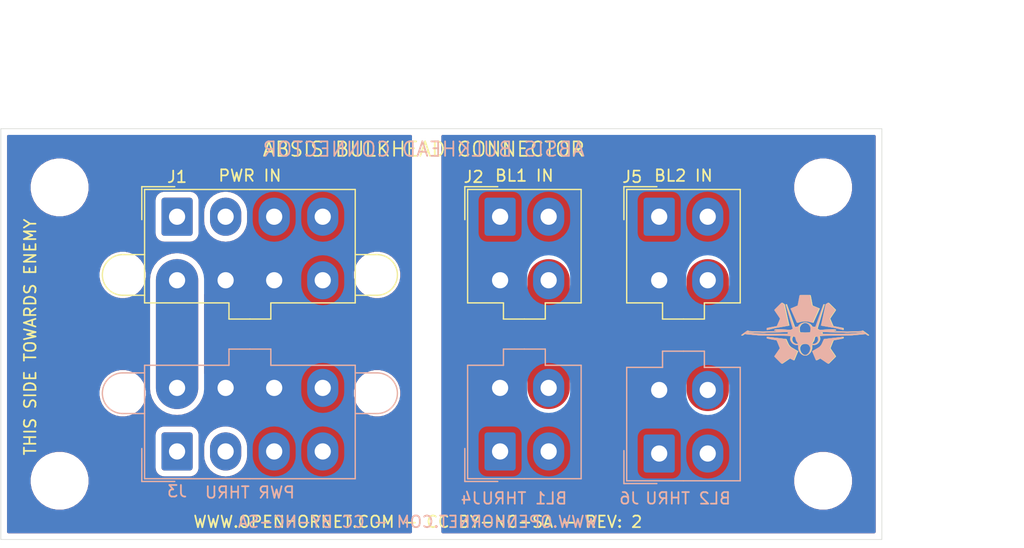
<source format=kicad_pcb>
(kicad_pcb (version 20171130) (host pcbnew "(5.1.9)-1")
  (layers (0 F.Cu mixed) (1 In1.Cu power) (2 In2.Cu power) (31 B.Cu mixed) (34 B.Paste user) (35 F.Paste user) (36 B.SilkS user) (37 F.SilkS user) (38 B.Mask user) (39 F.Mask user) (44 Edge.Cuts user))
  (net 0 "")
  (net 1 /ABSIS_+12V)
  (net 2 /ABSIS_+5V)
  (net 3 /ABSIS_+3.3V)
  (net 4 /ABSIS_GND)
  (net 5 /BL_GND)
  (net 6 /BL_+5V)
  (net 7 /BL_DATA1)
  (net 8 /BL_DATA2)
  (module Connector_Molex:Molex_Mini-Fit_Jr_5566-04A_2x02_P4.20mm_Vertical (layer B.Cu) (at 156 84)
    (fp_text reference J6 (at -2.584 3.884) (layer B.SilkS) (effects (justify mirror)))
    (fp_text value "BL2 THRU" (at 2.496 3.884) (layer B.SilkS) (effects (justify mirror)))
    (pad 4 thru_hole oval (at 4.2 -5.5) (size 2.7 3.3) (drill 1.4) (layers *.Cu *.Mask) (net 8 /BL_DATA2))
    (pad 3 thru_hole oval (at 0 -5.5) (size 2.7 3.3) (drill 1.4) (layers *.Cu *.Mask) (net 5 /BL_GND))
    (pad 2 thru_hole oval (at 4.2 0) (size 2.7 3.3) (drill 1.4) (layers *.Cu *.Mask) (net 6 /BL_+5V))
    (pad 1 thru_hole roundrect (at 0 0) (size 2.7 3.3) (drill 1.4) (layers *.Cu *.Mask) (roundrect_rratio 0.09259299999999999) (net 6 /BL_+5V))
  )
  (module Connector_Molex:Molex_Mini-Fit_Jr_5566-04A_2x02_P4.20mm_Vertical (layer F.Cu) (at 156 63.5)
    (fp_text reference J5 (at -2.33 -3.45) (layer F.SilkS))
    (fp_text value "BL2 IN" (at 2.1 -3.556) (layer F.SilkS))
    (pad 4 thru_hole oval (at 4.2 5.5) (size 2.7 3.3) (drill 1.4) (layers *.Cu *.Mask) (net 8 /BL_DATA2))
    (pad 3 thru_hole oval (at 0 5.5) (size 2.7 3.3) (drill 1.4) (layers *.Cu *.Mask) (net 5 /BL_GND))
    (pad 2 thru_hole oval (at 4.2 0) (size 2.7 3.3) (drill 1.4) (layers *.Cu *.Mask) (net 6 /BL_+5V))
    (pad 1 thru_hole roundrect (at 0 0) (size 2.7 3.3) (drill 1.4) (layers *.Cu *.Mask) (roundrect_rratio 0.09259299999999999) (net 6 /BL_+5V))
  )
  (module "KiCAD Libraries:OH_LOGO_NO_TEXT_11mm_5.9mm" (layer B.Cu) (at 168.624 73.54 180)
    (fp_text reference G*** hide)
    (fp_text value LOGO hide)
  )
  (module "KiCAD Libraries:OH_LOGO_NO_TEXT_11mm_5.9mm" (layer F.Cu) (at 168.624 73.54)
    (fp_text reference G*** hide)
    (fp_text value LOGO hide)
  )
  (module Connector_Molex:Molex_Mini-Fit_Jr_5566-04A_2x02_P4.20mm_Vertical (layer B.Cu) (at 142.24 83.82)
    (fp_text reference J4 (at -2.54 4.064) (layer B.SilkS) (effects (justify mirror)))
    (fp_text value "BL1 THRU" (at 2.1 4.064) (layer B.SilkS) (effects (justify mirror)))
    (pad 4 thru_hole oval (at 4.2 -5.5) (size 2.7 3.3) (drill 1.4) (layers *.Cu *.Mask) (net 7 /BL_DATA1))
    (pad 3 thru_hole oval (at 0 -5.5) (size 2.7 3.3) (drill 1.4) (layers *.Cu *.Mask) (net 5 /BL_GND))
    (pad 2 thru_hole oval (at 4.2 0) (size 2.7 3.3) (drill 1.4) (layers *.Cu *.Mask) (net 6 /BL_+5V))
    (pad 1 thru_hole roundrect (at 0 0) (size 2.7 3.3) (drill 1.4) (layers *.Cu *.Mask) (roundrect_rratio 0.09259296296296296) (net 6 /BL_+5V))
  )
  (module Connector_Molex:Molex_Mini-Fit_Jr_5566-08A2_2x04_P4.20mm_Vertical (layer B.Cu) (at 114.3 83.82)
    (fp_text reference J3 (at 0 3.45) (layer B.SilkS) (effects (justify mirror)))
    (fp_text value "PWR THRU" (at 6.3 3.556) (layer B.SilkS) (effects (justify mirror)))
    (pad "" np_thru_hole circle (at 17.3 -5.04) (size 3 3) (drill 3) (layers *.Cu *.Mask))
    (pad "" np_thru_hole circle (at -4.7 -5.04) (size 3 3) (drill 3) (layers *.Cu *.Mask))
    (pad 8 thru_hole oval (at 12.6 -5.5) (size 2.7 3.3) (drill 1.4) (layers *.Cu *.Mask) (net 1 /ABSIS_+12V))
    (pad 7 thru_hole oval (at 8.4 -5.5) (size 2.7 3.3) (drill 1.4) (layers *.Cu *.Mask) (net 2 /ABSIS_+5V))
    (pad 6 thru_hole oval (at 4.2 -5.5) (size 2.7 3.3) (drill 1.4) (layers *.Cu *.Mask) (net 2 /ABSIS_+5V))
    (pad 5 thru_hole oval (at 0 -5.5) (size 2.7 3.3) (drill 1.4) (layers *.Cu *.Mask) (net 3 /ABSIS_+3.3V))
    (pad 4 thru_hole oval (at 12.6 0) (size 2.7 3.3) (drill 1.4) (layers *.Cu *.Mask) (net 1 /ABSIS_+12V))
    (pad 3 thru_hole oval (at 8.4 0) (size 2.7 3.3) (drill 1.4) (layers *.Cu *.Mask) (net 1 /ABSIS_+12V))
    (pad 2 thru_hole oval (at 4.2 0) (size 2.7 3.3) (drill 1.4) (layers *.Cu *.Mask) (net 4 /ABSIS_GND))
    (pad 1 thru_hole roundrect (at 0 0) (size 2.7 3.3) (drill 1.4) (layers *.Cu *.Mask) (roundrect_rratio 0.09259296296296296) (net 4 /ABSIS_GND))
  )
  (module Connector_Molex:Molex_Mini-Fit_Jr_5566-04A_2x02_P4.20mm_Vertical (layer F.Cu) (at 142.24 63.5)
    (fp_text reference J2 (at -2.286 -3.45) (layer F.SilkS))
    (fp_text value "BL1 IN" (at 2.1 -3.556) (layer F.SilkS))
    (pad 4 thru_hole oval (at 4.2 5.5) (size 2.7 3.3) (drill 1.4) (layers *.Cu *.Mask) (net 7 /BL_DATA1))
    (pad 3 thru_hole oval (at 0 5.5) (size 2.7 3.3) (drill 1.4) (layers *.Cu *.Mask) (net 5 /BL_GND))
    (pad 2 thru_hole oval (at 4.2 0) (size 2.7 3.3) (drill 1.4) (layers *.Cu *.Mask) (net 6 /BL_+5V))
    (pad 1 thru_hole roundrect (at 0 0) (size 2.7 3.3) (drill 1.4) (layers *.Cu *.Mask) (roundrect_rratio 0.09259296296296296) (net 6 /BL_+5V))
  )
  (module Connector_Molex:Molex_Mini-Fit_Jr_5566-08A2_2x04_P4.20mm_Vertical (layer F.Cu) (at 114.3 63.5)
    (fp_text reference J1 (at 0 -3.45) (layer F.SilkS))
    (fp_text value "PWR IN" (at 6.3 -3.556) (layer F.SilkS))
    (pad "" np_thru_hole circle (at 17.3 5.04) (size 3 3) (drill 3) (layers *.Cu *.Mask))
    (pad "" np_thru_hole circle (at -4.7 5.04) (size 3 3) (drill 3) (layers *.Cu *.Mask))
    (pad 8 thru_hole oval (at 12.6 5.5) (size 2.7 3.3) (drill 1.4) (layers *.Cu *.Mask) (net 1 /ABSIS_+12V))
    (pad 7 thru_hole oval (at 8.4 5.5) (size 2.7 3.3) (drill 1.4) (layers *.Cu *.Mask) (net 2 /ABSIS_+5V))
    (pad 6 thru_hole oval (at 4.2 5.5) (size 2.7 3.3) (drill 1.4) (layers *.Cu *.Mask) (net 2 /ABSIS_+5V))
    (pad 5 thru_hole oval (at 0 5.5) (size 2.7 3.3) (drill 1.4) (layers *.Cu *.Mask) (net 3 /ABSIS_+3.3V))
    (pad 4 thru_hole oval (at 12.6 0) (size 2.7 3.3) (drill 1.4) (layers *.Cu *.Mask) (net 1 /ABSIS_+12V))
    (pad 3 thru_hole oval (at 8.4 0) (size 2.7 3.3) (drill 1.4) (layers *.Cu *.Mask) (net 1 /ABSIS_+12V))
    (pad 2 thru_hole oval (at 4.2 0) (size 2.7 3.3) (drill 1.4) (layers *.Cu *.Mask) (net 4 /ABSIS_GND))
    (pad 1 thru_hole roundrect (at 0 0) (size 2.7 3.3) (drill 1.4) (layers *.Cu *.Mask) (roundrect_rratio 0.09259296296296296) (net 4 /ABSIS_GND))
  )
  (module MountingHole:MountingHole_4mm (layer F.Cu) (at 104.14 86.36)
    (fp_text reference H4)
    (fp_text value MH)
    (pad 1 np_thru_hole circle (at 0 0) (size 4 4) (drill 4) (layers *.Cu *.Mask))
  )
  (module MountingHole:MountingHole_4mm (layer F.Cu) (at 170.18 86.36)
    (fp_text reference H3)
    (fp_text value MH)
    (pad 1 np_thru_hole circle (at 0 0) (size 4 4) (drill 4) (layers *.Cu *.Mask))
  )
  (module MountingHole:MountingHole_4mm (layer F.Cu) (at 170.18 60.96)
    (fp_text reference H2)
    (fp_text value MH)
    (pad 1 np_thru_hole circle (at 0 0) (size 4 4) (drill 4) (layers *.Cu *.Mask))
  )
  (module MountingHole:MountingHole_4mm (layer F.Cu) (at 104.14 60.96)
    (fp_text reference H1)
    (fp_text value MH)
    (pad 1 np_thru_hole circle (at 0 0) (size 4 4) (drill 4) (layers *.Cu *.Mask))
  )
  (gr_text "THIS SIDE TOWARDS ENEMY" (at 101.6 73.914 90) (layer F.SilkS) (effects (font (size 1 1))))
  (gr_text "WWW.OPENHORNET.COM - CC BY-NC-SA" (at 135.128 89.916) (layer B.SilkS) (effects (font (size 1 1)) (justify mirror)))
  (gr_text "ABSIS BULKHEAD CONNECTOR" (at 135.636 57.658) (layer B.SilkS) (effects (font (size 1.25 1.25)) (justify mirror)))
  (gr_text "WWW.OPENHORNET.COM - CC BY-NC-SA - REV: 2" (at 135.128 89.916) (layer F.SilkS) (effects (font (size 1 1))))
  (gr_text "ABSIS BULKHEAD CONNECTOR" (at 135.636 57.658) (layer F.SilkS) (effects (font (size 1.25 1.25))))
  (gr_line (start 99.06 91.44) (end 99.06 55.88) (layer Edge.Cuts) (width 0.05))
  (gr_line (start 175.26 91.44) (end 99.06 91.44) (layer Edge.Cuts) (width 0.05))
  (gr_line (start 175.26 55.88) (end 175.26 91.44) (layer Edge.Cuts) (width 0.05))
  (gr_line (start 99.06 55.88) (end 175.26 55.88) (layer Edge.Cuts) (width 0.05))
  (segment (start 114.3 78.32) (end 114.3 69) (width 3.6576) (layer B.Cu) (net 3))
  (segment (start 114.3 78.32) (end 114.3 69) (width 3.6576) (layer F.Cu) (net 3))
  (segment (start 146.44 69) (end 146.44 78.32) (width 3.6576) (layer F.Cu) (net 7))
  (segment (start 160.2 69) (end 160.2 78.5) (width 3.6576) (layer F.Cu) (net 8))
  (zone (net 1) (net_name /ABSIS_+12V) (layer F.Cu) (connect_pads yes (clearance 0.508)) (min_thickness 0.254) (fill yes (arc_segments 32) (thermal_gap 0.508) (thermal_bridge_width 0.508))
    (polygon (pts (xy 134.62 91.44) (xy 99.06 91.44) (xy 99.06 55.88) (xy 134.62 55.88)))
  )
  (zone (net 2) (net_name /ABSIS_+5V) (layer B.Cu) (connect_pads yes (clearance 0.508)) (min_thickness 0.254) (fill yes (arc_segments 32) (thermal_gap 0.508) (thermal_bridge_width 0.508))
    (polygon (pts (xy 134.62 91.44) (xy 99.06 91.44) (xy 99.06 55.88) (xy 134.62 55.88)))
  )
  (zone (net 6) (net_name /BL_+5V) (layer F.Cu) (connect_pads yes (clearance 0.508)) (min_thickness 0.254) (fill yes (arc_segments 32) (thermal_gap 0.508) (thermal_bridge_width 0.508))
    (polygon (pts (xy 175.26 91.44) (xy 137.16 91.44) (xy 137.16 55.88) (xy 175.26 55.88)))
  )
  (zone (net 5) (net_name /BL_GND) (layer B.Cu) (connect_pads yes (clearance 0.508)) (min_thickness 0.254) (fill yes (arc_segments 32) (thermal_gap 0.508) (thermal_bridge_width 0.508))
    (polygon (pts (xy 175.26 91.44) (xy 137.16 91.44) (xy 137.16 55.88) (xy 175.26 55.88)))
  )
)
</source>
